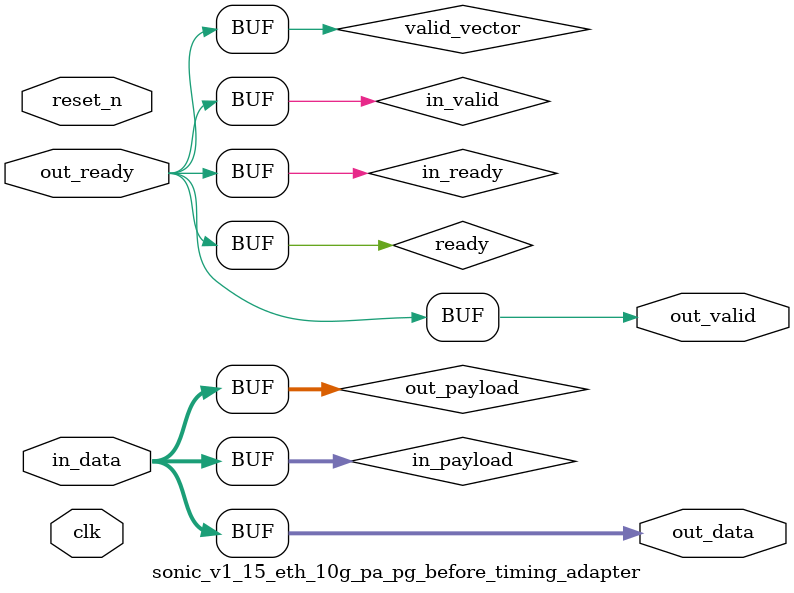
<source format=v>

`timescale 1ns / 100ps
module sonic_v1_15_eth_10g_pa_pg_before_timing_adapter (
    
      // Interface: clk
      input              clk,
      // Interface: reset
      input              reset_n,
      // Interface: in
      input      [ 1: 0] in_data,
      // Interface: out
      output reg [ 1: 0] out_data,
      input              out_ready,
      output reg         out_valid
);




   // ---------------------------------------------------------------------
   //| Signal Declarations
   // ---------------------------------------------------------------------

   reg  [ 1: 0] in_payload;
   reg  [ 1: 0] out_payload;
   reg  [ 0: 0] ready;
   reg          in_ready;
   // synthesis translate_off
   always @(negedge in_ready) begin
      $display("%m: The downstream component is backpressuring by deasserting ready, but the upstream component can't be backpressured.");
   end
   // synthesis translate_on   
   reg          in_valid;
   reg  [ 0: 0] valid_vector;


   // ---------------------------------------------------------------------
   //| Payload Mapping
   // ---------------------------------------------------------------------
   always @* begin
     in_payload = {in_data};
     {out_data} = out_payload;
   end

   // ---------------------------------------------------------------------
   //| Ready & valid signals.
   // ---------------------------------------------------------------------
   always @* begin
     ready[0] = out_ready;
     out_valid = in_valid;
     out_payload = in_payload;
     in_ready = ready[0];
   end



   // ---------------------------------------------------------------------
   //| Input Valid Generation
   // ---------------------------------------------------------------------
   always @* begin
      valid_vector[0] = in_ready;
      in_valid        = valid_vector[0];
   end


endmodule


</source>
